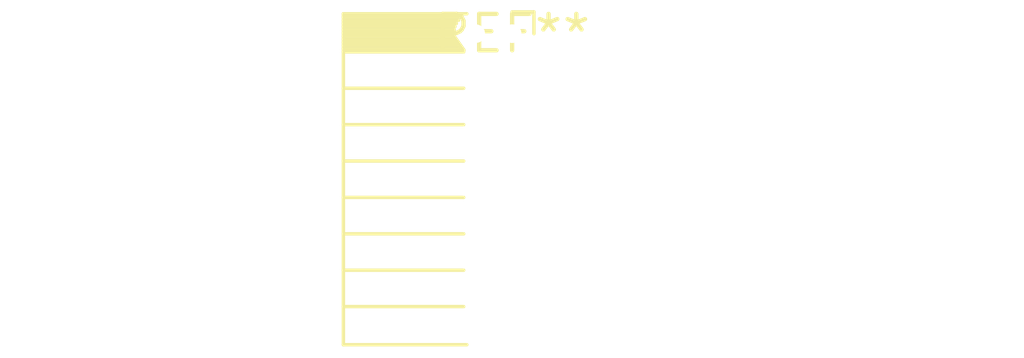
<source format=kicad_pcb>
(kicad_pcb (version 20240108) (generator pcbnew)
  (layers (0 "F.Cu" signal) (31 "B.Cu" signal) (34 "B.Paste" user) (35 "F.Paste" user) (36 "B.SilkS" user "B.Silkscreen") (37 "F.SilkS" user "F.Silkscreen") (38 "B.Mask" user) (39 "F.Mask" user) (44 "Edge.Cuts" user))
  (net 0 "")
  (footprint "PinSocket_2x09_P1.27mm_Horizontal" (layer "F.Cu") (at 0 0)
    (property "Reference" "REF**")
    (property "Value" "PinSocket_2x09_P1.27mm_Horizontal")
    (fp_line (start -5.88 -0.695) (end -5.88 10.855) (layer "F.SilkS") (stroke (width 0.12)))
    (fp_line (start -5.88 -0.695) (end -1.57753 -0.695) (layer "F.SilkS") (stroke (width 0.12)))
    (fp_line (start -5.88 -0.575) (end -1.766966 -0.575) (layer "F.SilkS") (stroke (width 0.12)))
    (fp_line (start -5.88 -0.465) (end -1.871145 -0.465) (layer "F.SilkS") (stroke (width 0.12)))
    (fp_line (start -5.88 -0.355) (end -1.941993 -0.355) (layer "F.SilkS") (stroke (width 0.12)))
    (fp_line (start -5.88 -0.245) (end -1.989427 -0.245) (layer "F.SilkS") (stroke (width 0.12)))
    (fp_line (start -5.88 -0.135) (end -2.017914 -0.135) (layer "F.SilkS") (stroke (width 0.12)))
    (fp_line (start -5.88 -0.025) (end -2.029589 -0.025) (layer "F.SilkS") (stroke (width 0.12)))
    (fp_line (start -5.88 0.085) (end -2.025232 0.085) (layer "F.SilkS") (stroke (width 0.12)))
    (fp_line (start -5.88 0.195) (end -2.004558 0.195) (layer "F.SilkS") (stroke (width 0.12)))
    (fp_line (start -5.88 0.305) (end -1.966114 0.305) (layer "F.SilkS") (stroke (width 0.12)))
    (fp_line (start -5.88 0.415) (end -1.906691 0.415) (layer "F.SilkS") (stroke (width 0.12)))
    (fp_line (start -5.88 0.525) (end -1.819523 0.525) (layer "F.SilkS") (stroke (width 0.12)))
    (fp_line (start -5.88 0.635) (end -1.687582 0.635) (layer "F.SilkS") (stroke (width 0.12)))
    (fp_line (start -5.88 1.905) (end -1.687582 1.905) (layer "F.SilkS") (stroke (width 0.12)))
    (fp_line (start -5.88 3.175) (end -1.687582 3.175) (layer "F.SilkS") (stroke (width 0.12)))
    (fp_line (start -5.88 4.445) (end -1.687582 4.445) (layer "F.SilkS") (stroke (width 0.12)))
    (fp_line (start -5.88 5.715) (end -1.687582 5.715) (layer "F.SilkS") (stroke (width 0.12)))
    (fp_line (start -5.88 6.985) (end -1.687582 6.985) (layer "F.SilkS") (stroke (width 0.12)))
    (fp_line (start -5.88 8.255) (end -1.687582 8.255) (layer "F.SilkS") (stroke (width 0.12)))
    (fp_line (start -5.88 9.525) (end -1.687582 9.525) (layer "F.SilkS") (stroke (width 0.12)))
    (fp_line (start -5.88 10.855) (end -1.57753 10.855) (layer "F.SilkS") (stroke (width 0.12)))
    (fp_line (start 0 -0.76) (end 0.76 -0.76) (layer "F.SilkS") (stroke (width 0.12)))
    (fp_line (start 0.76 -0.76) (end 0.76 0) (layer "F.SilkS") (stroke (width 0.12)))
    (pad "1" thru_hole rect (at 0 0) (size 1 1) (drill 0.65) (layers *.Cu *.Mask) (remove_unused_layers))
    (pad "2" thru_hole oval (at -1.27 0) (size 1 1) (drill 0.65) (layers *.Cu *.Mask) (remove_unused_layers))
    (pad "3" thru_hole oval (at 0 1.27) (size 1 1) (drill 0.65) (layers *.Cu *.Mask) (remove_unused_layers))
    (pad "4" thru_hole oval (at -1.27 1.27) (size 1 1) (drill 0.65) (layers *.Cu *.Mask) (remove_unused_layers))
    (pad "5" thru_hole oval (at 0 2.54) (size 1 1) (drill 0.65) (layers *.Cu *.Mask) (remove_unused_layers))
    (pad "6" thru_hole oval (at -1.27 2.54) (size 1 1) (drill 0.65) (layers *.Cu *.Mask) (remove_unused_layers))
    (pad "7" thru_hole oval (at 0 3.81) (size 1 1) (drill 0.65) (layers *.Cu *.Mask) (remove_unused_layers))
    (pad "8" thru_hole oval (at -1.27 3.81) (size 1 1) (drill 0.65) (layers *.Cu *.Mask) (remove_unused_layers))
    (pad "9" thru_hole oval (at 0 5.08) (size 1 1) (drill 0.65) (layers *.Cu *.Mask) (remove_unused_layers))
    (pad "10" thru_hole oval (at -1.27 5.08) (size 1 1) (drill 0.65) (layers *.Cu *.Mask) (remove_unused_layers))
    (pad "11" thru_hole oval (at 0 6.35) (size 1 1) (drill 0.65) (layers *.Cu *.Mask) (remove_unused_layers))
    (pad "12" thru_hole oval (at -1.27 6.35) (size 1 1) (drill 0.65) (layers *.Cu *.Mask) (remove_unused_layers))
    (pad "13" thru_hole oval (at 0 7.62) (size 1 1) (drill 0.65) (layers *.Cu *.Mask) (remove_unused_layers))
    (pad "14" thru_hole oval (at -1.27 7.62) (size 1 1) (drill 0.65) (layers *.Cu *.Mask) (remove_unused_layers))
    (pad "15" thru_hole oval (at 0 8.89) (size 1 1) (drill 0.65) (layers *.Cu *.Mask) (remove_unused_layers))
    (pad "16" thru_hole oval (at -1.27 8.89) (size 1 1) (drill 0.65) (layers *.Cu *.Mask) (remove_unused_layers))
    (pad "17" thru_hole oval (at 0 10.16) (size 1 1) (drill 0.65) (layers *.Cu *.Mask) (remove_unused_layers))
    (pad "18" thru_hole oval (at -1.27 10.16) (size 1 1) (drill 0.65) (layers *.Cu *.Mask) (remove_unused_layers))
  )
)
</source>
